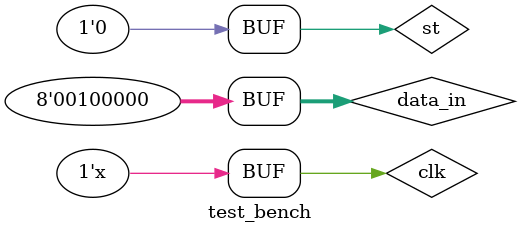
<source format=v>
`timescale 1ns / 1ps

module test_bench();
reg clk;
reg [7:0] data_in;
reg st;
wire tx_busy;
wire rx_busy;
wire [7:0] data_out;
wire error;
wire parity;
initial
clk=0;
always #20 clk=~clk;
uart dut(.clk(clk),.data_in(data_in),.start(st),
.tx_busy(tx_busy),.rx_busy(rx_busy),.parity(parity),.data_out(data_out),.error(error));
initial
begin
#10 
st=1;
#5 
st=0;
data_in=8'h20;
end
endmodule 
</source>
